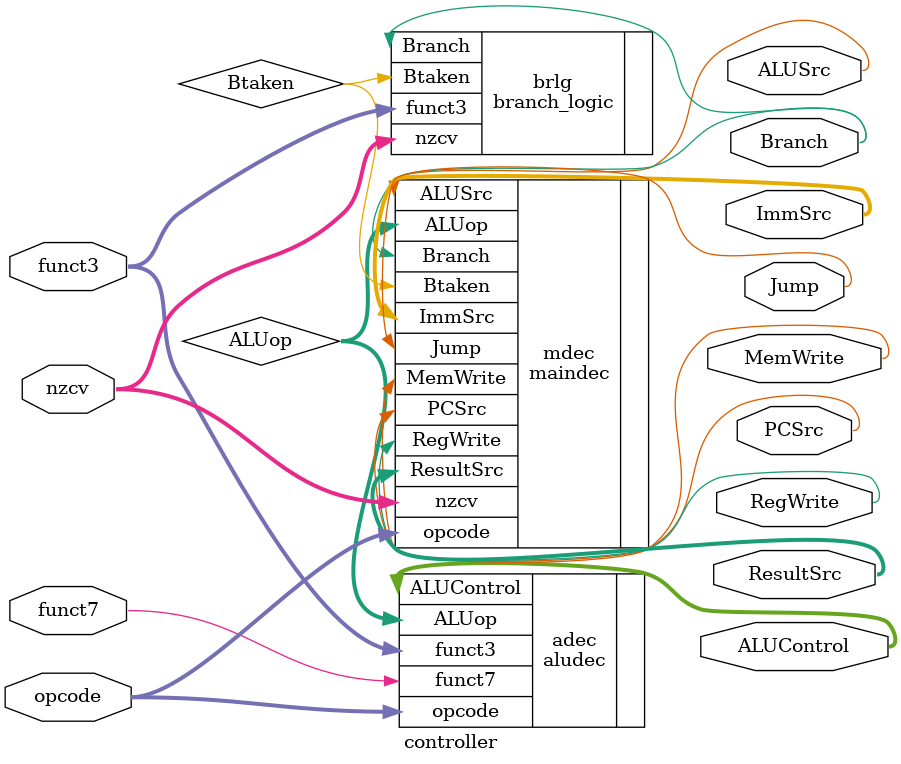
<source format=sv>
module controller(
    nzcv,
    opcode,
    funct3,
    funct7,
    PCSrc,
    ResultSrc,
    MemWrite,
    ALUSrc,
    ImmSrc,
    RegWrite,
    ALUControl,
    Jump,
    Branch
);
    // input
    input [3:0] nzcv;
    input [6:0] opcode;
    input [2:0] funct3;
    input funct7;
    // output
    output PCSrc;
    output MemWrite, ALUSrc, RegWrite, Jump, Branch;
    output [1:0] ResultSrc, ImmSrc;
    output [4:0] ALUControl;

    wire [1:0] ALUop;
    wire Btaken;

    maindec mdec(
        .nzcv(nzcv),
        .Btaken(Btaken),
        .opcode(opcode),
        .PCSrc(PCSrc),
        .ResultSrc(ResultSrc),
        .MemWrite(MemWrite),
        .ALUSrc(ALUSrc),
        .ImmSrc(ImmSrc),
        .RegWrite(RegWrite),
        .Jump(Jump),
        .ALUop(ALUop),
        .Branch(Branch)
    );
    
    aludec adec(
        .opcode(opcode),
        .funct3(funct3),
        .funct7(funct7),
        .ALUop(ALUop),
        .ALUControl(ALUControl)
    );


    branch_logic brlg(
        .Branch(Branch),
        .funct3(funct3),
        .nzcv(nzcv),
        .Btaken(Btaken)
    );

    
endmodule

</source>
